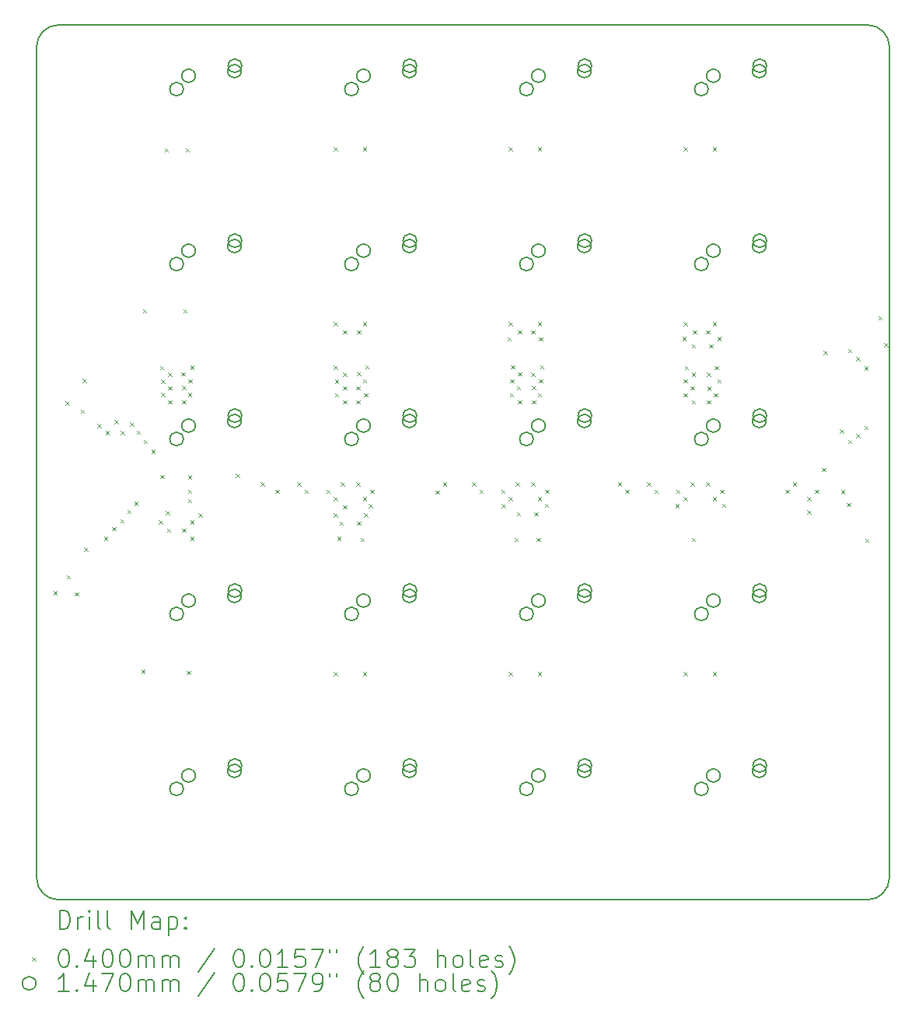
<source format=gbr>
%TF.GenerationSoftware,KiCad,Pcbnew,(6.0.9)*%
%TF.CreationDate,2022-12-29T20:33:01-06:00*%
%TF.ProjectId,Number Pad,4e756d62-6572-4205-9061-642e6b696361,rev?*%
%TF.SameCoordinates,Original*%
%TF.FileFunction,Drillmap*%
%TF.FilePolarity,Positive*%
%FSLAX45Y45*%
G04 Gerber Fmt 4.5, Leading zero omitted, Abs format (unit mm)*
G04 Created by KiCad (PCBNEW (6.0.9)) date 2022-12-29 20:33:01*
%MOMM*%
%LPD*%
G01*
G04 APERTURE LIST*
%ADD10C,0.150000*%
%ADD11C,0.200000*%
%ADD12C,0.040000*%
%ADD13C,0.147000*%
G04 APERTURE END LIST*
D10*
X12382495Y-1746250D02*
G75*
G03*
X12144375Y-1508125I-238125J0D01*
G01*
X3333750Y-1508125D02*
X12144375Y-1508125D01*
X3333750Y-1508125D02*
G75*
G03*
X3095625Y-1746250I0J-238125D01*
G01*
X3095625Y-10795000D02*
G75*
G03*
X3333750Y-11033125I238125J0D01*
G01*
X12382500Y-1746250D02*
X12382500Y-10795000D01*
X3333750Y-11033125D02*
X12144375Y-11033125D01*
X12144375Y-11033130D02*
G75*
G03*
X12382500Y-10795000I-5J238130D01*
G01*
X3095625Y-1746250D02*
X3095625Y-10795000D01*
D11*
D12*
X3278800Y-7673875D02*
X3318800Y-7713875D01*
X3318800Y-7673875D02*
X3278800Y-7713875D01*
X3409000Y-5606100D02*
X3449000Y-5646100D01*
X3449000Y-5606100D02*
X3409000Y-5646100D01*
X3421700Y-7498400D02*
X3461700Y-7538400D01*
X3461700Y-7498400D02*
X3421700Y-7538400D01*
X3510600Y-7685150D02*
X3550600Y-7725150D01*
X3550600Y-7685150D02*
X3510600Y-7725150D01*
X3574100Y-5695000D02*
X3614100Y-5735000D01*
X3614100Y-5695000D02*
X3574100Y-5735000D01*
X3596300Y-5362475D02*
X3636300Y-5402475D01*
X3636300Y-5362475D02*
X3596300Y-5402475D01*
X3614675Y-7198300D02*
X3654675Y-7238300D01*
X3654675Y-7198300D02*
X3614675Y-7238300D01*
X3755600Y-5851200D02*
X3795600Y-5891200D01*
X3795600Y-5851200D02*
X3755600Y-5891200D01*
X3828100Y-7079300D02*
X3868100Y-7119300D01*
X3868100Y-7079300D02*
X3828100Y-7119300D01*
X3844550Y-5928175D02*
X3884550Y-5968175D01*
X3884550Y-5928175D02*
X3844550Y-5968175D01*
X3917000Y-6973075D02*
X3957000Y-7013075D01*
X3957000Y-6973075D02*
X3917000Y-7013075D01*
X3940900Y-5809300D02*
X3980900Y-5849300D01*
X3980900Y-5809300D02*
X3940900Y-5849300D01*
X4005900Y-6888800D02*
X4045900Y-6928800D01*
X4045900Y-6888800D02*
X4005900Y-6928800D01*
X4013350Y-5928175D02*
X4053350Y-5968175D01*
X4053350Y-5928175D02*
X4013350Y-5968175D01*
X4082100Y-6787200D02*
X4122100Y-6827200D01*
X4122100Y-6787200D02*
X4082100Y-6827200D01*
X4111250Y-5834700D02*
X4151250Y-5874700D01*
X4151250Y-5834700D02*
X4111250Y-5874700D01*
X4158300Y-6698300D02*
X4198300Y-6738300D01*
X4198300Y-6698300D02*
X4158300Y-6738300D01*
X4183700Y-5923600D02*
X4223700Y-5963600D01*
X4223700Y-5923600D02*
X4183700Y-5963600D01*
X4234500Y-8527100D02*
X4274500Y-8567100D01*
X4274500Y-8527100D02*
X4234500Y-8567100D01*
X4250950Y-4602800D02*
X4290950Y-4642800D01*
X4290950Y-4602800D02*
X4250950Y-4642800D01*
X4259900Y-6025200D02*
X4299900Y-6065200D01*
X4299900Y-6025200D02*
X4259900Y-6065200D01*
X4345625Y-6131250D02*
X4385625Y-6171250D01*
X4385625Y-6131250D02*
X4345625Y-6171250D01*
X4425000Y-6901500D02*
X4465000Y-6941500D01*
X4465000Y-6901500D02*
X4425000Y-6941500D01*
X4437700Y-5220796D02*
X4477700Y-5260796D01*
X4477700Y-5220796D02*
X4437700Y-5260796D01*
X4444480Y-6405770D02*
X4484480Y-6445770D01*
X4484480Y-6405770D02*
X4444480Y-6445770D01*
X4450155Y-5368550D02*
X4490155Y-5408550D01*
X4490155Y-5368550D02*
X4450155Y-5408550D01*
X4451527Y-5516073D02*
X4491527Y-5556073D01*
X4491527Y-5516073D02*
X4451527Y-5556073D01*
X4488500Y-2850200D02*
X4528500Y-2890200D01*
X4528500Y-2850200D02*
X4488500Y-2890200D01*
X4501200Y-6799900D02*
X4541200Y-6839900D01*
X4541200Y-6799900D02*
X4501200Y-6839900D01*
X4513900Y-6990400D02*
X4553900Y-7030400D01*
X4553900Y-6990400D02*
X4513900Y-7030400D01*
X4526600Y-5293246D02*
X4566600Y-5333246D01*
X4566600Y-5293246D02*
X4526600Y-5333246D01*
X4526600Y-5593400D02*
X4566600Y-5633400D01*
X4566600Y-5593400D02*
X4526600Y-5633400D01*
X4527175Y-5441000D02*
X4567175Y-5481000D01*
X4567175Y-5441000D02*
X4527175Y-5481000D01*
X4672075Y-5288600D02*
X4712075Y-5328600D01*
X4712075Y-5288600D02*
X4672075Y-5328600D01*
X4677882Y-5439675D02*
X4717882Y-5479675D01*
X4717882Y-5439675D02*
X4677882Y-5479675D01*
X4679000Y-5593400D02*
X4719000Y-5633400D01*
X4719000Y-5593400D02*
X4679000Y-5633400D01*
X4679000Y-6990400D02*
X4719000Y-7030400D01*
X4719000Y-6990400D02*
X4679000Y-7030400D01*
X4691700Y-4602800D02*
X4731700Y-4642800D01*
X4731700Y-4602800D02*
X4691700Y-4642800D01*
X4717100Y-2850200D02*
X4757100Y-2890200D01*
X4757100Y-2850200D02*
X4717100Y-2890200D01*
X4729800Y-8539800D02*
X4769800Y-8579800D01*
X4769800Y-8539800D02*
X4729800Y-8579800D01*
X4742329Y-5516073D02*
X4782329Y-5556073D01*
X4782329Y-5516073D02*
X4742329Y-5556073D01*
X4742500Y-6409375D02*
X4782500Y-6449375D01*
X4782500Y-6409375D02*
X4742500Y-6449375D01*
X4742500Y-6568125D02*
X4782500Y-6608125D01*
X4782500Y-6568125D02*
X4742500Y-6608125D01*
X4742500Y-6668075D02*
X4782500Y-6708075D01*
X4782500Y-6668075D02*
X4742500Y-6708075D01*
X4745093Y-5365696D02*
X4785093Y-5405696D01*
X4785093Y-5365696D02*
X4745093Y-5405696D01*
X4767900Y-5216150D02*
X4807900Y-5256150D01*
X4807900Y-5216150D02*
X4767900Y-5256150D01*
X4767900Y-6901500D02*
X4807900Y-6941500D01*
X4807900Y-6901500D02*
X4767900Y-6941500D01*
X4767900Y-7079300D02*
X4807900Y-7119300D01*
X4807900Y-7079300D02*
X4767900Y-7119300D01*
X4856800Y-6825300D02*
X4896800Y-6865300D01*
X4896800Y-6825300D02*
X4856800Y-6865300D01*
X5263200Y-6393500D02*
X5303200Y-6433500D01*
X5303200Y-6393500D02*
X5263200Y-6433500D01*
X5536250Y-6488750D02*
X5576250Y-6528750D01*
X5576250Y-6488750D02*
X5536250Y-6528750D01*
X5695000Y-6568125D02*
X5735000Y-6608125D01*
X5735000Y-6568125D02*
X5695000Y-6608125D01*
X5933125Y-6488750D02*
X5973125Y-6528750D01*
X5973125Y-6488750D02*
X5933125Y-6528750D01*
X6012500Y-6568125D02*
X6052500Y-6608125D01*
X6052500Y-6568125D02*
X6012500Y-6608125D01*
X6250625Y-6568125D02*
X6290625Y-6608125D01*
X6290625Y-6568125D02*
X6250625Y-6608125D01*
X6330000Y-2837500D02*
X6370000Y-2877500D01*
X6370000Y-2837500D02*
X6330000Y-2877500D01*
X6330000Y-4742500D02*
X6370000Y-4782500D01*
X6370000Y-4742500D02*
X6330000Y-4782500D01*
X6330000Y-5216150D02*
X6370000Y-5256150D01*
X6370000Y-5216150D02*
X6330000Y-5256150D01*
X6330000Y-6647500D02*
X6370000Y-6687500D01*
X6370000Y-6647500D02*
X6330000Y-6687500D01*
X6330000Y-6825300D02*
X6370000Y-6865300D01*
X6370000Y-6825300D02*
X6330000Y-6865300D01*
X6330000Y-8552500D02*
X6370000Y-8592500D01*
X6370000Y-8552500D02*
X6330000Y-8592500D01*
X6342700Y-5368550D02*
X6382700Y-5408550D01*
X6382700Y-5368550D02*
X6342700Y-5408550D01*
X6342700Y-5517200D02*
X6382700Y-5557200D01*
X6382700Y-5517200D02*
X6342700Y-5557200D01*
X6368100Y-7079300D02*
X6408100Y-7119300D01*
X6408100Y-7079300D02*
X6368100Y-7119300D01*
X6393500Y-6914200D02*
X6433500Y-6954200D01*
X6433500Y-6914200D02*
X6393500Y-6954200D01*
X6409375Y-6488750D02*
X6449375Y-6528750D01*
X6449375Y-6488750D02*
X6409375Y-6528750D01*
X6431600Y-4831400D02*
X6471600Y-4871400D01*
X6471600Y-4831400D02*
X6431600Y-4871400D01*
X6431600Y-5292350D02*
X6471600Y-5332350D01*
X6471600Y-5292350D02*
X6431600Y-5332350D01*
X6431600Y-5441000D02*
X6471600Y-5481000D01*
X6471600Y-5441000D02*
X6431600Y-5481000D01*
X6432175Y-5593400D02*
X6472175Y-5633400D01*
X6472175Y-5593400D02*
X6432175Y-5633400D01*
X6432175Y-6736400D02*
X6472175Y-6776400D01*
X6472175Y-6736400D02*
X6432175Y-6776400D01*
X6577075Y-5441000D02*
X6617075Y-5481000D01*
X6617075Y-5441000D02*
X6577075Y-5481000D01*
X6577075Y-5593400D02*
X6617075Y-5633400D01*
X6617075Y-5593400D02*
X6577075Y-5633400D01*
X6577075Y-6488750D02*
X6617075Y-6528750D01*
X6617075Y-6488750D02*
X6577075Y-6528750D01*
X6584000Y-4831400D02*
X6624000Y-4871400D01*
X6624000Y-4831400D02*
X6584000Y-4871400D01*
X6584000Y-6914200D02*
X6624000Y-6954200D01*
X6624000Y-6914200D02*
X6584000Y-6954200D01*
X6585062Y-5286752D02*
X6625062Y-5326752D01*
X6625062Y-5286752D02*
X6585062Y-5326752D01*
X6622100Y-7092000D02*
X6662100Y-7132000D01*
X6662100Y-7092000D02*
X6622100Y-7132000D01*
X6647500Y-2837500D02*
X6687500Y-2877500D01*
X6687500Y-2837500D02*
X6647500Y-2877500D01*
X6647500Y-4742500D02*
X6687500Y-4782500D01*
X6687500Y-4742500D02*
X6647500Y-4782500D01*
X6647500Y-5364800D02*
X6687500Y-5404800D01*
X6687500Y-5364800D02*
X6647500Y-5404800D01*
X6647500Y-6647500D02*
X6687500Y-6687500D01*
X6687500Y-6647500D02*
X6647500Y-6687500D01*
X6647500Y-8552500D02*
X6687500Y-8592500D01*
X6687500Y-8552500D02*
X6647500Y-8592500D01*
X6660200Y-5517200D02*
X6700200Y-5557200D01*
X6700200Y-5517200D02*
X6660200Y-5557200D01*
X6660200Y-6825300D02*
X6700200Y-6865300D01*
X6700200Y-6825300D02*
X6660200Y-6865300D01*
X6672900Y-5212400D02*
X6712900Y-5252400D01*
X6712900Y-5212400D02*
X6672900Y-5252400D01*
X6711487Y-6724284D02*
X6751487Y-6764284D01*
X6751487Y-6724284D02*
X6711487Y-6764284D01*
X6726875Y-6568125D02*
X6766875Y-6608125D01*
X6766875Y-6568125D02*
X6726875Y-6608125D01*
X7440625Y-6575050D02*
X7480625Y-6615050D01*
X7480625Y-6575050D02*
X7440625Y-6615050D01*
X7520625Y-6488750D02*
X7560625Y-6528750D01*
X7560625Y-6488750D02*
X7520625Y-6528750D01*
X7838125Y-6488750D02*
X7878125Y-6528750D01*
X7878125Y-6488750D02*
X7838125Y-6528750D01*
X7917500Y-6568125D02*
X7957500Y-6608125D01*
X7957500Y-6568125D02*
X7917500Y-6608125D01*
X8155625Y-6568125D02*
X8195625Y-6608125D01*
X8195625Y-6568125D02*
X8155625Y-6608125D01*
X8158800Y-6723700D02*
X8198800Y-6763700D01*
X8198800Y-6723700D02*
X8158800Y-6763700D01*
X8222300Y-4907600D02*
X8262300Y-4947600D01*
X8262300Y-4907600D02*
X8222300Y-4947600D01*
X8235000Y-2837500D02*
X8275000Y-2877500D01*
X8275000Y-2837500D02*
X8235000Y-2877500D01*
X8235000Y-4742500D02*
X8275000Y-4782500D01*
X8275000Y-4742500D02*
X8235000Y-4782500D01*
X8235000Y-6647500D02*
X8275000Y-6687500D01*
X8275000Y-6647500D02*
X8235000Y-6687500D01*
X8235000Y-8552500D02*
X8275000Y-8592500D01*
X8275000Y-8552500D02*
X8235000Y-8592500D01*
X8247700Y-5517200D02*
X8287700Y-5557200D01*
X8287700Y-5517200D02*
X8247700Y-5557200D01*
X8250866Y-5364800D02*
X8290866Y-5404800D01*
X8290866Y-5364800D02*
X8250866Y-5404800D01*
X8260400Y-5212400D02*
X8300400Y-5252400D01*
X8300400Y-5212400D02*
X8260400Y-5252400D01*
X8298500Y-7092000D02*
X8338500Y-7132000D01*
X8338500Y-7092000D02*
X8298500Y-7132000D01*
X8314375Y-6488750D02*
X8354375Y-6528750D01*
X8354375Y-6488750D02*
X8314375Y-6528750D01*
X8323900Y-5441000D02*
X8363900Y-5481000D01*
X8363900Y-5441000D02*
X8323900Y-5481000D01*
X8323900Y-6812600D02*
X8363900Y-6852600D01*
X8363900Y-6812600D02*
X8323900Y-6852600D01*
X8336600Y-4831400D02*
X8376600Y-4871400D01*
X8376600Y-4831400D02*
X8336600Y-4871400D01*
X8336600Y-5288600D02*
X8376600Y-5328600D01*
X8376600Y-5288600D02*
X8336600Y-5328600D01*
X8336600Y-5593400D02*
X8376600Y-5633400D01*
X8376600Y-5593400D02*
X8336600Y-5633400D01*
X8482075Y-4831400D02*
X8522075Y-4871400D01*
X8522075Y-4831400D02*
X8482075Y-4871400D01*
X8482075Y-5292350D02*
X8522075Y-5332350D01*
X8522075Y-5292350D02*
X8482075Y-5332350D01*
X8482075Y-6488750D02*
X8522075Y-6528750D01*
X8522075Y-6488750D02*
X8482075Y-6528750D01*
X8489000Y-5593400D02*
X8529000Y-5633400D01*
X8529000Y-5593400D02*
X8489000Y-5633400D01*
X8489835Y-5439144D02*
X8529835Y-5479144D01*
X8529835Y-5439144D02*
X8489835Y-5479144D01*
X8514400Y-6812600D02*
X8554400Y-6852600D01*
X8554400Y-6812600D02*
X8514400Y-6852600D01*
X8539800Y-7092000D02*
X8579800Y-7132000D01*
X8579800Y-7092000D02*
X8539800Y-7132000D01*
X8552500Y-2837500D02*
X8592500Y-2877500D01*
X8592500Y-2837500D02*
X8552500Y-2877500D01*
X8552500Y-4742500D02*
X8592500Y-4782500D01*
X8592500Y-4742500D02*
X8552500Y-4782500D01*
X8552500Y-6647500D02*
X8592500Y-6687500D01*
X8592500Y-6647500D02*
X8552500Y-6687500D01*
X8552500Y-8552500D02*
X8592500Y-8592500D01*
X8592500Y-8552500D02*
X8552500Y-8592500D01*
X8552987Y-5516616D02*
X8592987Y-5556616D01*
X8592987Y-5516616D02*
X8552987Y-5556616D01*
X8565200Y-4907600D02*
X8605200Y-4947600D01*
X8605200Y-4907600D02*
X8565200Y-4947600D01*
X8565200Y-5364800D02*
X8605200Y-5404800D01*
X8605200Y-5364800D02*
X8565200Y-5404800D01*
X8577900Y-5212400D02*
X8617900Y-5252400D01*
X8617900Y-5212400D02*
X8577900Y-5252400D01*
X8628700Y-6719950D02*
X8668700Y-6759950D01*
X8668700Y-6719950D02*
X8628700Y-6759950D01*
X8631875Y-6568125D02*
X8671875Y-6608125D01*
X8671875Y-6568125D02*
X8631875Y-6608125D01*
X9425625Y-6488750D02*
X9465625Y-6528750D01*
X9465625Y-6488750D02*
X9425625Y-6528750D01*
X9505000Y-6568125D02*
X9545000Y-6608125D01*
X9545000Y-6568125D02*
X9505000Y-6608125D01*
X9743125Y-6488750D02*
X9783125Y-6528750D01*
X9783125Y-6488750D02*
X9743125Y-6528750D01*
X9822500Y-6568125D02*
X9862500Y-6608125D01*
X9862500Y-6568125D02*
X9822500Y-6608125D01*
X10051100Y-6723700D02*
X10091100Y-6763700D01*
X10091100Y-6723700D02*
X10051100Y-6763700D01*
X10060625Y-6568125D02*
X10100625Y-6608125D01*
X10100625Y-6568125D02*
X10060625Y-6608125D01*
X10127300Y-4903850D02*
X10167300Y-4943850D01*
X10167300Y-4903850D02*
X10127300Y-4943850D01*
X10140000Y-2837500D02*
X10180000Y-2877500D01*
X10180000Y-2837500D02*
X10140000Y-2877500D01*
X10140000Y-4742500D02*
X10180000Y-4782500D01*
X10180000Y-4742500D02*
X10140000Y-4782500D01*
X10140000Y-5364800D02*
X10180000Y-5404800D01*
X10180000Y-5364800D02*
X10140000Y-5404800D01*
X10140000Y-5517200D02*
X10180000Y-5557200D01*
X10180000Y-5517200D02*
X10140000Y-5557200D01*
X10140000Y-6647500D02*
X10180000Y-6687500D01*
X10180000Y-6647500D02*
X10140000Y-6687500D01*
X10140000Y-8552500D02*
X10180000Y-8592500D01*
X10180000Y-8552500D02*
X10140000Y-8592500D01*
X10152700Y-5219900D02*
X10192700Y-5259900D01*
X10192700Y-5219900D02*
X10152700Y-5259900D01*
X10216200Y-5441000D02*
X10256200Y-5481000D01*
X10256200Y-5441000D02*
X10216200Y-5481000D01*
X10219375Y-6488750D02*
X10259375Y-6528750D01*
X10259375Y-6488750D02*
X10219375Y-6528750D01*
X10228900Y-4983800D02*
X10268900Y-5023800D01*
X10268900Y-4983800D02*
X10228900Y-5023800D01*
X10228900Y-5292350D02*
X10268900Y-5332350D01*
X10268900Y-5292350D02*
X10228900Y-5332350D01*
X10228900Y-5593400D02*
X10268900Y-5633400D01*
X10268900Y-5593400D02*
X10228900Y-5633400D01*
X10228900Y-7092000D02*
X10268900Y-7132000D01*
X10268900Y-7092000D02*
X10228900Y-7132000D01*
X10241600Y-4831400D02*
X10281600Y-4871400D01*
X10281600Y-4831400D02*
X10241600Y-4871400D01*
X10387075Y-4831400D02*
X10427075Y-4871400D01*
X10427075Y-4831400D02*
X10387075Y-4871400D01*
X10387075Y-6488750D02*
X10427075Y-6528750D01*
X10427075Y-6488750D02*
X10387075Y-6528750D01*
X10394000Y-5292350D02*
X10434000Y-5332350D01*
X10434000Y-5292350D02*
X10394000Y-5332350D01*
X10394000Y-5593400D02*
X10434000Y-5633400D01*
X10434000Y-5593400D02*
X10394000Y-5633400D01*
X10399525Y-5444750D02*
X10439525Y-5484750D01*
X10439525Y-5444750D02*
X10399525Y-5484750D01*
X10419400Y-4983800D02*
X10459400Y-5023800D01*
X10459400Y-4983800D02*
X10419400Y-5023800D01*
X10457500Y-2837500D02*
X10497500Y-2877500D01*
X10497500Y-2837500D02*
X10457500Y-2877500D01*
X10457500Y-4742500D02*
X10497500Y-4782500D01*
X10497500Y-4742500D02*
X10457500Y-4782500D01*
X10457500Y-6647500D02*
X10497500Y-6687500D01*
X10497500Y-6647500D02*
X10457500Y-6687500D01*
X10457500Y-6647500D02*
X10497500Y-6687500D01*
X10497500Y-6647500D02*
X10457500Y-6687500D01*
X10457500Y-8552500D02*
X10497500Y-8592500D01*
X10497500Y-8552500D02*
X10457500Y-8592500D01*
X10470200Y-5517200D02*
X10510200Y-5557200D01*
X10510200Y-5517200D02*
X10470200Y-5557200D01*
X10482146Y-5219850D02*
X10522146Y-5259850D01*
X10522146Y-5219850D02*
X10482146Y-5259850D01*
X10508300Y-4903850D02*
X10548300Y-4943850D01*
X10548300Y-4903850D02*
X10508300Y-4943850D01*
X10508300Y-5364800D02*
X10548300Y-5404800D01*
X10548300Y-5364800D02*
X10508300Y-5404800D01*
X10536875Y-6568125D02*
X10576875Y-6608125D01*
X10576875Y-6568125D02*
X10536875Y-6608125D01*
X10559100Y-6719950D02*
X10599100Y-6759950D01*
X10599100Y-6719950D02*
X10559100Y-6759950D01*
X11251250Y-6568125D02*
X11291250Y-6608125D01*
X11291250Y-6568125D02*
X11251250Y-6608125D01*
X11330625Y-6488750D02*
X11370625Y-6528750D01*
X11370625Y-6488750D02*
X11330625Y-6528750D01*
X11489375Y-6647500D02*
X11529375Y-6687500D01*
X11529375Y-6647500D02*
X11489375Y-6687500D01*
X11489375Y-6792400D02*
X11529375Y-6832400D01*
X11529375Y-6792400D02*
X11489375Y-6832400D01*
X11568750Y-6568125D02*
X11608750Y-6608125D01*
X11608750Y-6568125D02*
X11568750Y-6608125D01*
X11648125Y-6330000D02*
X11688125Y-6370000D01*
X11688125Y-6330000D02*
X11648125Y-6370000D01*
X11664000Y-5056250D02*
X11704000Y-5096250D01*
X11704000Y-5056250D02*
X11664000Y-5096250D01*
X11841800Y-5910900D02*
X11881800Y-5950900D01*
X11881800Y-5910900D02*
X11841800Y-5950900D01*
X11854500Y-6573075D02*
X11894500Y-6613075D01*
X11894500Y-6573075D02*
X11854500Y-6613075D01*
X11918000Y-6711000D02*
X11958000Y-6751000D01*
X11958000Y-6711000D02*
X11918000Y-6751000D01*
X11930700Y-5034600D02*
X11970700Y-5074600D01*
X11970700Y-5034600D02*
X11930700Y-5074600D01*
X11930700Y-6025200D02*
X11970700Y-6065200D01*
X11970700Y-6025200D02*
X11930700Y-6065200D01*
X12019600Y-5123500D02*
X12059600Y-5163500D01*
X12059600Y-5123500D02*
X12019600Y-5163500D01*
X12019600Y-5961700D02*
X12059600Y-6001700D01*
X12059600Y-5961700D02*
X12019600Y-6001700D01*
X12108500Y-5228175D02*
X12148500Y-5268175D01*
X12148500Y-5228175D02*
X12108500Y-5268175D01*
X12108500Y-5873075D02*
X12148500Y-5913075D01*
X12148500Y-5873075D02*
X12108500Y-5913075D01*
X12117125Y-7100625D02*
X12157125Y-7140625D01*
X12157125Y-7100625D02*
X12117125Y-7140625D01*
X12260900Y-4679000D02*
X12300900Y-4719000D01*
X12300900Y-4679000D02*
X12260900Y-4719000D01*
X12324400Y-4971100D02*
X12364400Y-5011100D01*
X12364400Y-4971100D02*
X12324400Y-5011100D01*
D13*
X4693125Y-2206625D02*
G75*
G03*
X4693125Y-2206625I-73500J0D01*
G01*
X4693125Y-4111625D02*
G75*
G03*
X4693125Y-4111625I-73500J0D01*
G01*
X4693125Y-6016625D02*
G75*
G03*
X4693125Y-6016625I-73500J0D01*
G01*
X4693125Y-7921625D02*
G75*
G03*
X4693125Y-7921625I-73500J0D01*
G01*
X4693125Y-9826625D02*
G75*
G03*
X4693125Y-9826625I-73500J0D01*
G01*
X4824125Y-2060625D02*
G75*
G03*
X4824125Y-2060625I-73500J0D01*
G01*
X4824125Y-3965625D02*
G75*
G03*
X4824125Y-3965625I-73500J0D01*
G01*
X4824125Y-5870625D02*
G75*
G03*
X4824125Y-5870625I-73500J0D01*
G01*
X4824125Y-7775625D02*
G75*
G03*
X4824125Y-7775625I-73500J0D01*
G01*
X4824125Y-9680625D02*
G75*
G03*
X4824125Y-9680625I-73500J0D01*
G01*
X5324125Y-2010625D02*
G75*
G03*
X5324125Y-2010625I-73500J0D01*
G01*
X5324125Y-3915625D02*
G75*
G03*
X5324125Y-3915625I-73500J0D01*
G01*
X5324125Y-5820625D02*
G75*
G03*
X5324125Y-5820625I-73500J0D01*
G01*
X5324125Y-7725625D02*
G75*
G03*
X5324125Y-7725625I-73500J0D01*
G01*
X5324125Y-9630625D02*
G75*
G03*
X5324125Y-9630625I-73500J0D01*
G01*
X5328125Y-1952625D02*
G75*
G03*
X5328125Y-1952625I-73500J0D01*
G01*
X5328125Y-3857625D02*
G75*
G03*
X5328125Y-3857625I-73500J0D01*
G01*
X5328125Y-5762625D02*
G75*
G03*
X5328125Y-5762625I-73500J0D01*
G01*
X5328125Y-7667625D02*
G75*
G03*
X5328125Y-7667625I-73500J0D01*
G01*
X5328125Y-9572625D02*
G75*
G03*
X5328125Y-9572625I-73500J0D01*
G01*
X6598125Y-2206625D02*
G75*
G03*
X6598125Y-2206625I-73500J0D01*
G01*
X6598125Y-4111625D02*
G75*
G03*
X6598125Y-4111625I-73500J0D01*
G01*
X6598125Y-6016625D02*
G75*
G03*
X6598125Y-6016625I-73500J0D01*
G01*
X6598125Y-7921625D02*
G75*
G03*
X6598125Y-7921625I-73500J0D01*
G01*
X6598125Y-9826625D02*
G75*
G03*
X6598125Y-9826625I-73500J0D01*
G01*
X6729125Y-2060625D02*
G75*
G03*
X6729125Y-2060625I-73500J0D01*
G01*
X6729125Y-3965625D02*
G75*
G03*
X6729125Y-3965625I-73500J0D01*
G01*
X6729125Y-5870625D02*
G75*
G03*
X6729125Y-5870625I-73500J0D01*
G01*
X6729125Y-7775625D02*
G75*
G03*
X6729125Y-7775625I-73500J0D01*
G01*
X6729125Y-9680625D02*
G75*
G03*
X6729125Y-9680625I-73500J0D01*
G01*
X7229125Y-2010625D02*
G75*
G03*
X7229125Y-2010625I-73500J0D01*
G01*
X7229125Y-3915625D02*
G75*
G03*
X7229125Y-3915625I-73500J0D01*
G01*
X7229125Y-5820625D02*
G75*
G03*
X7229125Y-5820625I-73500J0D01*
G01*
X7229125Y-7725625D02*
G75*
G03*
X7229125Y-7725625I-73500J0D01*
G01*
X7229125Y-9630625D02*
G75*
G03*
X7229125Y-9630625I-73500J0D01*
G01*
X7233125Y-1952625D02*
G75*
G03*
X7233125Y-1952625I-73500J0D01*
G01*
X7233125Y-3857625D02*
G75*
G03*
X7233125Y-3857625I-73500J0D01*
G01*
X7233125Y-5762625D02*
G75*
G03*
X7233125Y-5762625I-73500J0D01*
G01*
X7233125Y-7667625D02*
G75*
G03*
X7233125Y-7667625I-73500J0D01*
G01*
X7233125Y-9572625D02*
G75*
G03*
X7233125Y-9572625I-73500J0D01*
G01*
X8503125Y-2206625D02*
G75*
G03*
X8503125Y-2206625I-73500J0D01*
G01*
X8503125Y-4111625D02*
G75*
G03*
X8503125Y-4111625I-73500J0D01*
G01*
X8503125Y-6016625D02*
G75*
G03*
X8503125Y-6016625I-73500J0D01*
G01*
X8503125Y-7921625D02*
G75*
G03*
X8503125Y-7921625I-73500J0D01*
G01*
X8503125Y-9826625D02*
G75*
G03*
X8503125Y-9826625I-73500J0D01*
G01*
X8634125Y-2060625D02*
G75*
G03*
X8634125Y-2060625I-73500J0D01*
G01*
X8634125Y-3965625D02*
G75*
G03*
X8634125Y-3965625I-73500J0D01*
G01*
X8634125Y-5870625D02*
G75*
G03*
X8634125Y-5870625I-73500J0D01*
G01*
X8634125Y-7775625D02*
G75*
G03*
X8634125Y-7775625I-73500J0D01*
G01*
X8634125Y-9680625D02*
G75*
G03*
X8634125Y-9680625I-73500J0D01*
G01*
X9134125Y-2010625D02*
G75*
G03*
X9134125Y-2010625I-73500J0D01*
G01*
X9134125Y-3915625D02*
G75*
G03*
X9134125Y-3915625I-73500J0D01*
G01*
X9134125Y-5820625D02*
G75*
G03*
X9134125Y-5820625I-73500J0D01*
G01*
X9134125Y-7725625D02*
G75*
G03*
X9134125Y-7725625I-73500J0D01*
G01*
X9134125Y-9630625D02*
G75*
G03*
X9134125Y-9630625I-73500J0D01*
G01*
X9138125Y-1952625D02*
G75*
G03*
X9138125Y-1952625I-73500J0D01*
G01*
X9138125Y-3857625D02*
G75*
G03*
X9138125Y-3857625I-73500J0D01*
G01*
X9138125Y-5762625D02*
G75*
G03*
X9138125Y-5762625I-73500J0D01*
G01*
X9138125Y-7667625D02*
G75*
G03*
X9138125Y-7667625I-73500J0D01*
G01*
X9138125Y-9572625D02*
G75*
G03*
X9138125Y-9572625I-73500J0D01*
G01*
X10408125Y-2206625D02*
G75*
G03*
X10408125Y-2206625I-73500J0D01*
G01*
X10408125Y-4111625D02*
G75*
G03*
X10408125Y-4111625I-73500J0D01*
G01*
X10408125Y-6016625D02*
G75*
G03*
X10408125Y-6016625I-73500J0D01*
G01*
X10408125Y-7921625D02*
G75*
G03*
X10408125Y-7921625I-73500J0D01*
G01*
X10408125Y-9826625D02*
G75*
G03*
X10408125Y-9826625I-73500J0D01*
G01*
X10539125Y-2060625D02*
G75*
G03*
X10539125Y-2060625I-73500J0D01*
G01*
X10539125Y-3965625D02*
G75*
G03*
X10539125Y-3965625I-73500J0D01*
G01*
X10539125Y-5870625D02*
G75*
G03*
X10539125Y-5870625I-73500J0D01*
G01*
X10539125Y-7775625D02*
G75*
G03*
X10539125Y-7775625I-73500J0D01*
G01*
X10539125Y-9680625D02*
G75*
G03*
X10539125Y-9680625I-73500J0D01*
G01*
X11039125Y-2010625D02*
G75*
G03*
X11039125Y-2010625I-73500J0D01*
G01*
X11039125Y-3915625D02*
G75*
G03*
X11039125Y-3915625I-73500J0D01*
G01*
X11039125Y-5820625D02*
G75*
G03*
X11039125Y-5820625I-73500J0D01*
G01*
X11039125Y-7725625D02*
G75*
G03*
X11039125Y-7725625I-73500J0D01*
G01*
X11039125Y-9630625D02*
G75*
G03*
X11039125Y-9630625I-73500J0D01*
G01*
X11043125Y-1952625D02*
G75*
G03*
X11043125Y-1952625I-73500J0D01*
G01*
X11043125Y-3857625D02*
G75*
G03*
X11043125Y-3857625I-73500J0D01*
G01*
X11043125Y-5762625D02*
G75*
G03*
X11043125Y-5762625I-73500J0D01*
G01*
X11043125Y-7667625D02*
G75*
G03*
X11043125Y-7667625I-73500J0D01*
G01*
X11043125Y-9572625D02*
G75*
G03*
X11043125Y-9572625I-73500J0D01*
G01*
D11*
X3345744Y-11351101D02*
X3345744Y-11151101D01*
X3393363Y-11151101D01*
X3421934Y-11160625D01*
X3440982Y-11179673D01*
X3450506Y-11198720D01*
X3460030Y-11236815D01*
X3460030Y-11265387D01*
X3450506Y-11303482D01*
X3440982Y-11322530D01*
X3421934Y-11341577D01*
X3393363Y-11351101D01*
X3345744Y-11351101D01*
X3545744Y-11351101D02*
X3545744Y-11217768D01*
X3545744Y-11255863D02*
X3555268Y-11236815D01*
X3564792Y-11227292D01*
X3583839Y-11217768D01*
X3602887Y-11217768D01*
X3669553Y-11351101D02*
X3669553Y-11217768D01*
X3669553Y-11151101D02*
X3660030Y-11160625D01*
X3669553Y-11170149D01*
X3679077Y-11160625D01*
X3669553Y-11151101D01*
X3669553Y-11170149D01*
X3793363Y-11351101D02*
X3774315Y-11341577D01*
X3764792Y-11322530D01*
X3764792Y-11151101D01*
X3898125Y-11351101D02*
X3879077Y-11341577D01*
X3869553Y-11322530D01*
X3869553Y-11151101D01*
X4126696Y-11351101D02*
X4126696Y-11151101D01*
X4193363Y-11293958D01*
X4260030Y-11151101D01*
X4260030Y-11351101D01*
X4440982Y-11351101D02*
X4440982Y-11246339D01*
X4431458Y-11227292D01*
X4412411Y-11217768D01*
X4374315Y-11217768D01*
X4355268Y-11227292D01*
X4440982Y-11341577D02*
X4421935Y-11351101D01*
X4374315Y-11351101D01*
X4355268Y-11341577D01*
X4345744Y-11322530D01*
X4345744Y-11303482D01*
X4355268Y-11284434D01*
X4374315Y-11274911D01*
X4421935Y-11274911D01*
X4440982Y-11265387D01*
X4536220Y-11217768D02*
X4536220Y-11417768D01*
X4536220Y-11227292D02*
X4555268Y-11217768D01*
X4593363Y-11217768D01*
X4612411Y-11227292D01*
X4621935Y-11236815D01*
X4631458Y-11255863D01*
X4631458Y-11313006D01*
X4621935Y-11332053D01*
X4612411Y-11341577D01*
X4593363Y-11351101D01*
X4555268Y-11351101D01*
X4536220Y-11341577D01*
X4717173Y-11332053D02*
X4726696Y-11341577D01*
X4717173Y-11351101D01*
X4707649Y-11341577D01*
X4717173Y-11332053D01*
X4717173Y-11351101D01*
X4717173Y-11227292D02*
X4726696Y-11236815D01*
X4717173Y-11246339D01*
X4707649Y-11236815D01*
X4717173Y-11227292D01*
X4717173Y-11246339D01*
D12*
X3048125Y-11660625D02*
X3088125Y-11700625D01*
X3088125Y-11660625D02*
X3048125Y-11700625D01*
D11*
X3383839Y-11571101D02*
X3402887Y-11571101D01*
X3421934Y-11580625D01*
X3431458Y-11590149D01*
X3440982Y-11609196D01*
X3450506Y-11647292D01*
X3450506Y-11694911D01*
X3440982Y-11733006D01*
X3431458Y-11752053D01*
X3421934Y-11761577D01*
X3402887Y-11771101D01*
X3383839Y-11771101D01*
X3364792Y-11761577D01*
X3355268Y-11752053D01*
X3345744Y-11733006D01*
X3336220Y-11694911D01*
X3336220Y-11647292D01*
X3345744Y-11609196D01*
X3355268Y-11590149D01*
X3364792Y-11580625D01*
X3383839Y-11571101D01*
X3536220Y-11752053D02*
X3545744Y-11761577D01*
X3536220Y-11771101D01*
X3526696Y-11761577D01*
X3536220Y-11752053D01*
X3536220Y-11771101D01*
X3717173Y-11637768D02*
X3717173Y-11771101D01*
X3669553Y-11561577D02*
X3621934Y-11704434D01*
X3745744Y-11704434D01*
X3860030Y-11571101D02*
X3879077Y-11571101D01*
X3898125Y-11580625D01*
X3907649Y-11590149D01*
X3917173Y-11609196D01*
X3926696Y-11647292D01*
X3926696Y-11694911D01*
X3917173Y-11733006D01*
X3907649Y-11752053D01*
X3898125Y-11761577D01*
X3879077Y-11771101D01*
X3860030Y-11771101D01*
X3840982Y-11761577D01*
X3831458Y-11752053D01*
X3821934Y-11733006D01*
X3812411Y-11694911D01*
X3812411Y-11647292D01*
X3821934Y-11609196D01*
X3831458Y-11590149D01*
X3840982Y-11580625D01*
X3860030Y-11571101D01*
X4050506Y-11571101D02*
X4069553Y-11571101D01*
X4088601Y-11580625D01*
X4098125Y-11590149D01*
X4107649Y-11609196D01*
X4117173Y-11647292D01*
X4117173Y-11694911D01*
X4107649Y-11733006D01*
X4098125Y-11752053D01*
X4088601Y-11761577D01*
X4069553Y-11771101D01*
X4050506Y-11771101D01*
X4031458Y-11761577D01*
X4021934Y-11752053D01*
X4012411Y-11733006D01*
X4002887Y-11694911D01*
X4002887Y-11647292D01*
X4012411Y-11609196D01*
X4021934Y-11590149D01*
X4031458Y-11580625D01*
X4050506Y-11571101D01*
X4202887Y-11771101D02*
X4202887Y-11637768D01*
X4202887Y-11656815D02*
X4212411Y-11647292D01*
X4231458Y-11637768D01*
X4260030Y-11637768D01*
X4279077Y-11647292D01*
X4288601Y-11666339D01*
X4288601Y-11771101D01*
X4288601Y-11666339D02*
X4298125Y-11647292D01*
X4317173Y-11637768D01*
X4345744Y-11637768D01*
X4364792Y-11647292D01*
X4374315Y-11666339D01*
X4374315Y-11771101D01*
X4469554Y-11771101D02*
X4469554Y-11637768D01*
X4469554Y-11656815D02*
X4479077Y-11647292D01*
X4498125Y-11637768D01*
X4526696Y-11637768D01*
X4545744Y-11647292D01*
X4555268Y-11666339D01*
X4555268Y-11771101D01*
X4555268Y-11666339D02*
X4564792Y-11647292D01*
X4583839Y-11637768D01*
X4612411Y-11637768D01*
X4631458Y-11647292D01*
X4640982Y-11666339D01*
X4640982Y-11771101D01*
X5031458Y-11561577D02*
X4860030Y-11818720D01*
X5288601Y-11571101D02*
X5307649Y-11571101D01*
X5326696Y-11580625D01*
X5336220Y-11590149D01*
X5345744Y-11609196D01*
X5355268Y-11647292D01*
X5355268Y-11694911D01*
X5345744Y-11733006D01*
X5336220Y-11752053D01*
X5326696Y-11761577D01*
X5307649Y-11771101D01*
X5288601Y-11771101D01*
X5269554Y-11761577D01*
X5260030Y-11752053D01*
X5250506Y-11733006D01*
X5240982Y-11694911D01*
X5240982Y-11647292D01*
X5250506Y-11609196D01*
X5260030Y-11590149D01*
X5269554Y-11580625D01*
X5288601Y-11571101D01*
X5440982Y-11752053D02*
X5450506Y-11761577D01*
X5440982Y-11771101D01*
X5431458Y-11761577D01*
X5440982Y-11752053D01*
X5440982Y-11771101D01*
X5574315Y-11571101D02*
X5593363Y-11571101D01*
X5612411Y-11580625D01*
X5621934Y-11590149D01*
X5631458Y-11609196D01*
X5640982Y-11647292D01*
X5640982Y-11694911D01*
X5631458Y-11733006D01*
X5621934Y-11752053D01*
X5612411Y-11761577D01*
X5593363Y-11771101D01*
X5574315Y-11771101D01*
X5555268Y-11761577D01*
X5545744Y-11752053D01*
X5536220Y-11733006D01*
X5526696Y-11694911D01*
X5526696Y-11647292D01*
X5536220Y-11609196D01*
X5545744Y-11590149D01*
X5555268Y-11580625D01*
X5574315Y-11571101D01*
X5831458Y-11771101D02*
X5717173Y-11771101D01*
X5774315Y-11771101D02*
X5774315Y-11571101D01*
X5755268Y-11599673D01*
X5736220Y-11618720D01*
X5717173Y-11628244D01*
X6012411Y-11571101D02*
X5917173Y-11571101D01*
X5907649Y-11666339D01*
X5917173Y-11656815D01*
X5936220Y-11647292D01*
X5983839Y-11647292D01*
X6002887Y-11656815D01*
X6012411Y-11666339D01*
X6021934Y-11685387D01*
X6021934Y-11733006D01*
X6012411Y-11752053D01*
X6002887Y-11761577D01*
X5983839Y-11771101D01*
X5936220Y-11771101D01*
X5917173Y-11761577D01*
X5907649Y-11752053D01*
X6088601Y-11571101D02*
X6221934Y-11571101D01*
X6136220Y-11771101D01*
X6288601Y-11571101D02*
X6288601Y-11609196D01*
X6364792Y-11571101D02*
X6364792Y-11609196D01*
X6660030Y-11847292D02*
X6650506Y-11837768D01*
X6631458Y-11809196D01*
X6621934Y-11790149D01*
X6612411Y-11761577D01*
X6602887Y-11713958D01*
X6602887Y-11675863D01*
X6612411Y-11628244D01*
X6621934Y-11599673D01*
X6631458Y-11580625D01*
X6650506Y-11552053D01*
X6660030Y-11542530D01*
X6840982Y-11771101D02*
X6726696Y-11771101D01*
X6783839Y-11771101D02*
X6783839Y-11571101D01*
X6764792Y-11599673D01*
X6745744Y-11618720D01*
X6726696Y-11628244D01*
X6955268Y-11656815D02*
X6936220Y-11647292D01*
X6926696Y-11637768D01*
X6917173Y-11618720D01*
X6917173Y-11609196D01*
X6926696Y-11590149D01*
X6936220Y-11580625D01*
X6955268Y-11571101D01*
X6993363Y-11571101D01*
X7012411Y-11580625D01*
X7021934Y-11590149D01*
X7031458Y-11609196D01*
X7031458Y-11618720D01*
X7021934Y-11637768D01*
X7012411Y-11647292D01*
X6993363Y-11656815D01*
X6955268Y-11656815D01*
X6936220Y-11666339D01*
X6926696Y-11675863D01*
X6917173Y-11694911D01*
X6917173Y-11733006D01*
X6926696Y-11752053D01*
X6936220Y-11761577D01*
X6955268Y-11771101D01*
X6993363Y-11771101D01*
X7012411Y-11761577D01*
X7021934Y-11752053D01*
X7031458Y-11733006D01*
X7031458Y-11694911D01*
X7021934Y-11675863D01*
X7012411Y-11666339D01*
X6993363Y-11656815D01*
X7098125Y-11571101D02*
X7221934Y-11571101D01*
X7155268Y-11647292D01*
X7183839Y-11647292D01*
X7202887Y-11656815D01*
X7212411Y-11666339D01*
X7221934Y-11685387D01*
X7221934Y-11733006D01*
X7212411Y-11752053D01*
X7202887Y-11761577D01*
X7183839Y-11771101D01*
X7126696Y-11771101D01*
X7107649Y-11761577D01*
X7098125Y-11752053D01*
X7460030Y-11771101D02*
X7460030Y-11571101D01*
X7545744Y-11771101D02*
X7545744Y-11666339D01*
X7536220Y-11647292D01*
X7517173Y-11637768D01*
X7488601Y-11637768D01*
X7469553Y-11647292D01*
X7460030Y-11656815D01*
X7669553Y-11771101D02*
X7650506Y-11761577D01*
X7640982Y-11752053D01*
X7631458Y-11733006D01*
X7631458Y-11675863D01*
X7640982Y-11656815D01*
X7650506Y-11647292D01*
X7669553Y-11637768D01*
X7698125Y-11637768D01*
X7717173Y-11647292D01*
X7726696Y-11656815D01*
X7736220Y-11675863D01*
X7736220Y-11733006D01*
X7726696Y-11752053D01*
X7717173Y-11761577D01*
X7698125Y-11771101D01*
X7669553Y-11771101D01*
X7850506Y-11771101D02*
X7831458Y-11761577D01*
X7821934Y-11742530D01*
X7821934Y-11571101D01*
X8002887Y-11761577D02*
X7983839Y-11771101D01*
X7945744Y-11771101D01*
X7926696Y-11761577D01*
X7917173Y-11742530D01*
X7917173Y-11666339D01*
X7926696Y-11647292D01*
X7945744Y-11637768D01*
X7983839Y-11637768D01*
X8002887Y-11647292D01*
X8012411Y-11666339D01*
X8012411Y-11685387D01*
X7917173Y-11704434D01*
X8088601Y-11761577D02*
X8107649Y-11771101D01*
X8145744Y-11771101D01*
X8164792Y-11761577D01*
X8174315Y-11742530D01*
X8174315Y-11733006D01*
X8164792Y-11713958D01*
X8145744Y-11704434D01*
X8117173Y-11704434D01*
X8098125Y-11694911D01*
X8088601Y-11675863D01*
X8088601Y-11666339D01*
X8098125Y-11647292D01*
X8117173Y-11637768D01*
X8145744Y-11637768D01*
X8164792Y-11647292D01*
X8240982Y-11847292D02*
X8250506Y-11837768D01*
X8269553Y-11809196D01*
X8279077Y-11790149D01*
X8288601Y-11761577D01*
X8298125Y-11713958D01*
X8298125Y-11675863D01*
X8288601Y-11628244D01*
X8279077Y-11599673D01*
X8269553Y-11580625D01*
X8250506Y-11552053D01*
X8240982Y-11542530D01*
D13*
X3088125Y-11944625D02*
G75*
G03*
X3088125Y-11944625I-73500J0D01*
G01*
D11*
X3450506Y-12035101D02*
X3336220Y-12035101D01*
X3393363Y-12035101D02*
X3393363Y-11835101D01*
X3374315Y-11863673D01*
X3355268Y-11882720D01*
X3336220Y-11892244D01*
X3536220Y-12016053D02*
X3545744Y-12025577D01*
X3536220Y-12035101D01*
X3526696Y-12025577D01*
X3536220Y-12016053D01*
X3536220Y-12035101D01*
X3717173Y-11901768D02*
X3717173Y-12035101D01*
X3669553Y-11825577D02*
X3621934Y-11968434D01*
X3745744Y-11968434D01*
X3802887Y-11835101D02*
X3936220Y-11835101D01*
X3850506Y-12035101D01*
X4050506Y-11835101D02*
X4069553Y-11835101D01*
X4088601Y-11844625D01*
X4098125Y-11854149D01*
X4107649Y-11873196D01*
X4117173Y-11911292D01*
X4117173Y-11958911D01*
X4107649Y-11997006D01*
X4098125Y-12016053D01*
X4088601Y-12025577D01*
X4069553Y-12035101D01*
X4050506Y-12035101D01*
X4031458Y-12025577D01*
X4021934Y-12016053D01*
X4012411Y-11997006D01*
X4002887Y-11958911D01*
X4002887Y-11911292D01*
X4012411Y-11873196D01*
X4021934Y-11854149D01*
X4031458Y-11844625D01*
X4050506Y-11835101D01*
X4202887Y-12035101D02*
X4202887Y-11901768D01*
X4202887Y-11920815D02*
X4212411Y-11911292D01*
X4231458Y-11901768D01*
X4260030Y-11901768D01*
X4279077Y-11911292D01*
X4288601Y-11930339D01*
X4288601Y-12035101D01*
X4288601Y-11930339D02*
X4298125Y-11911292D01*
X4317173Y-11901768D01*
X4345744Y-11901768D01*
X4364792Y-11911292D01*
X4374315Y-11930339D01*
X4374315Y-12035101D01*
X4469554Y-12035101D02*
X4469554Y-11901768D01*
X4469554Y-11920815D02*
X4479077Y-11911292D01*
X4498125Y-11901768D01*
X4526696Y-11901768D01*
X4545744Y-11911292D01*
X4555268Y-11930339D01*
X4555268Y-12035101D01*
X4555268Y-11930339D02*
X4564792Y-11911292D01*
X4583839Y-11901768D01*
X4612411Y-11901768D01*
X4631458Y-11911292D01*
X4640982Y-11930339D01*
X4640982Y-12035101D01*
X5031458Y-11825577D02*
X4860030Y-12082720D01*
X5288601Y-11835101D02*
X5307649Y-11835101D01*
X5326696Y-11844625D01*
X5336220Y-11854149D01*
X5345744Y-11873196D01*
X5355268Y-11911292D01*
X5355268Y-11958911D01*
X5345744Y-11997006D01*
X5336220Y-12016053D01*
X5326696Y-12025577D01*
X5307649Y-12035101D01*
X5288601Y-12035101D01*
X5269554Y-12025577D01*
X5260030Y-12016053D01*
X5250506Y-11997006D01*
X5240982Y-11958911D01*
X5240982Y-11911292D01*
X5250506Y-11873196D01*
X5260030Y-11854149D01*
X5269554Y-11844625D01*
X5288601Y-11835101D01*
X5440982Y-12016053D02*
X5450506Y-12025577D01*
X5440982Y-12035101D01*
X5431458Y-12025577D01*
X5440982Y-12016053D01*
X5440982Y-12035101D01*
X5574315Y-11835101D02*
X5593363Y-11835101D01*
X5612411Y-11844625D01*
X5621934Y-11854149D01*
X5631458Y-11873196D01*
X5640982Y-11911292D01*
X5640982Y-11958911D01*
X5631458Y-11997006D01*
X5621934Y-12016053D01*
X5612411Y-12025577D01*
X5593363Y-12035101D01*
X5574315Y-12035101D01*
X5555268Y-12025577D01*
X5545744Y-12016053D01*
X5536220Y-11997006D01*
X5526696Y-11958911D01*
X5526696Y-11911292D01*
X5536220Y-11873196D01*
X5545744Y-11854149D01*
X5555268Y-11844625D01*
X5574315Y-11835101D01*
X5821934Y-11835101D02*
X5726696Y-11835101D01*
X5717173Y-11930339D01*
X5726696Y-11920815D01*
X5745744Y-11911292D01*
X5793363Y-11911292D01*
X5812411Y-11920815D01*
X5821934Y-11930339D01*
X5831458Y-11949387D01*
X5831458Y-11997006D01*
X5821934Y-12016053D01*
X5812411Y-12025577D01*
X5793363Y-12035101D01*
X5745744Y-12035101D01*
X5726696Y-12025577D01*
X5717173Y-12016053D01*
X5898125Y-11835101D02*
X6031458Y-11835101D01*
X5945744Y-12035101D01*
X6117173Y-12035101D02*
X6155268Y-12035101D01*
X6174315Y-12025577D01*
X6183839Y-12016053D01*
X6202887Y-11987482D01*
X6212411Y-11949387D01*
X6212411Y-11873196D01*
X6202887Y-11854149D01*
X6193363Y-11844625D01*
X6174315Y-11835101D01*
X6136220Y-11835101D01*
X6117173Y-11844625D01*
X6107649Y-11854149D01*
X6098125Y-11873196D01*
X6098125Y-11920815D01*
X6107649Y-11939863D01*
X6117173Y-11949387D01*
X6136220Y-11958911D01*
X6174315Y-11958911D01*
X6193363Y-11949387D01*
X6202887Y-11939863D01*
X6212411Y-11920815D01*
X6288601Y-11835101D02*
X6288601Y-11873196D01*
X6364792Y-11835101D02*
X6364792Y-11873196D01*
X6660030Y-12111292D02*
X6650506Y-12101768D01*
X6631458Y-12073196D01*
X6621934Y-12054149D01*
X6612411Y-12025577D01*
X6602887Y-11977958D01*
X6602887Y-11939863D01*
X6612411Y-11892244D01*
X6621934Y-11863673D01*
X6631458Y-11844625D01*
X6650506Y-11816053D01*
X6660030Y-11806530D01*
X6764792Y-11920815D02*
X6745744Y-11911292D01*
X6736220Y-11901768D01*
X6726696Y-11882720D01*
X6726696Y-11873196D01*
X6736220Y-11854149D01*
X6745744Y-11844625D01*
X6764792Y-11835101D01*
X6802887Y-11835101D01*
X6821934Y-11844625D01*
X6831458Y-11854149D01*
X6840982Y-11873196D01*
X6840982Y-11882720D01*
X6831458Y-11901768D01*
X6821934Y-11911292D01*
X6802887Y-11920815D01*
X6764792Y-11920815D01*
X6745744Y-11930339D01*
X6736220Y-11939863D01*
X6726696Y-11958911D01*
X6726696Y-11997006D01*
X6736220Y-12016053D01*
X6745744Y-12025577D01*
X6764792Y-12035101D01*
X6802887Y-12035101D01*
X6821934Y-12025577D01*
X6831458Y-12016053D01*
X6840982Y-11997006D01*
X6840982Y-11958911D01*
X6831458Y-11939863D01*
X6821934Y-11930339D01*
X6802887Y-11920815D01*
X6964792Y-11835101D02*
X6983839Y-11835101D01*
X7002887Y-11844625D01*
X7012411Y-11854149D01*
X7021934Y-11873196D01*
X7031458Y-11911292D01*
X7031458Y-11958911D01*
X7021934Y-11997006D01*
X7012411Y-12016053D01*
X7002887Y-12025577D01*
X6983839Y-12035101D01*
X6964792Y-12035101D01*
X6945744Y-12025577D01*
X6936220Y-12016053D01*
X6926696Y-11997006D01*
X6917173Y-11958911D01*
X6917173Y-11911292D01*
X6926696Y-11873196D01*
X6936220Y-11854149D01*
X6945744Y-11844625D01*
X6964792Y-11835101D01*
X7269553Y-12035101D02*
X7269553Y-11835101D01*
X7355268Y-12035101D02*
X7355268Y-11930339D01*
X7345744Y-11911292D01*
X7326696Y-11901768D01*
X7298125Y-11901768D01*
X7279077Y-11911292D01*
X7269553Y-11920815D01*
X7479077Y-12035101D02*
X7460030Y-12025577D01*
X7450506Y-12016053D01*
X7440982Y-11997006D01*
X7440982Y-11939863D01*
X7450506Y-11920815D01*
X7460030Y-11911292D01*
X7479077Y-11901768D01*
X7507649Y-11901768D01*
X7526696Y-11911292D01*
X7536220Y-11920815D01*
X7545744Y-11939863D01*
X7545744Y-11997006D01*
X7536220Y-12016053D01*
X7526696Y-12025577D01*
X7507649Y-12035101D01*
X7479077Y-12035101D01*
X7660030Y-12035101D02*
X7640982Y-12025577D01*
X7631458Y-12006530D01*
X7631458Y-11835101D01*
X7812411Y-12025577D02*
X7793363Y-12035101D01*
X7755268Y-12035101D01*
X7736220Y-12025577D01*
X7726696Y-12006530D01*
X7726696Y-11930339D01*
X7736220Y-11911292D01*
X7755268Y-11901768D01*
X7793363Y-11901768D01*
X7812411Y-11911292D01*
X7821934Y-11930339D01*
X7821934Y-11949387D01*
X7726696Y-11968434D01*
X7898125Y-12025577D02*
X7917173Y-12035101D01*
X7955268Y-12035101D01*
X7974315Y-12025577D01*
X7983839Y-12006530D01*
X7983839Y-11997006D01*
X7974315Y-11977958D01*
X7955268Y-11968434D01*
X7926696Y-11968434D01*
X7907649Y-11958911D01*
X7898125Y-11939863D01*
X7898125Y-11930339D01*
X7907649Y-11911292D01*
X7926696Y-11901768D01*
X7955268Y-11901768D01*
X7974315Y-11911292D01*
X8050506Y-12111292D02*
X8060030Y-12101768D01*
X8079077Y-12073196D01*
X8088601Y-12054149D01*
X8098125Y-12025577D01*
X8107649Y-11977958D01*
X8107649Y-11939863D01*
X8098125Y-11892244D01*
X8088601Y-11863673D01*
X8079077Y-11844625D01*
X8060030Y-11816053D01*
X8050506Y-11806530D01*
M02*

</source>
